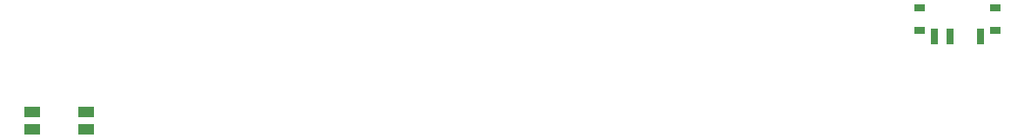
<source format=gbr>
%TF.GenerationSoftware,KiCad,Pcbnew,9.0.7*%
%TF.CreationDate,2026-01-18T21:16:20-08:00*%
%TF.ProjectId,talon_slim,74616c6f-6e5f-4736-9c69-6d2e6b696361,rev?*%
%TF.SameCoordinates,Original*%
%TF.FileFunction,Paste,Top*%
%TF.FilePolarity,Positive*%
%FSLAX46Y46*%
G04 Gerber Fmt 4.6, Leading zero omitted, Abs format (unit mm)*
G04 Created by KiCad (PCBNEW 9.0.7) date 2026-01-18 21:16:20*
%MOMM*%
%LPD*%
G01*
G04 APERTURE LIST*
%ADD10R,1.550000X1.000000*%
%ADD11R,0.700000X1.500000*%
%ADD12R,1.000000X0.800000*%
G04 APERTURE END LIST*
D10*
%TO.C,RESET_SW1*%
X79125000Y-82700000D03*
X84375000Y-82700000D03*
X79125000Y-84400000D03*
X84375000Y-84400000D03*
%TD*%
D11*
%TO.C,SLIDE_SW1*%
X171400000Y-75350000D03*
X168400000Y-75350000D03*
X166900000Y-75350000D03*
D12*
X172800000Y-74700000D03*
X165500000Y-74700000D03*
X172800000Y-72500000D03*
X165500000Y-72500000D03*
%TD*%
M02*

</source>
